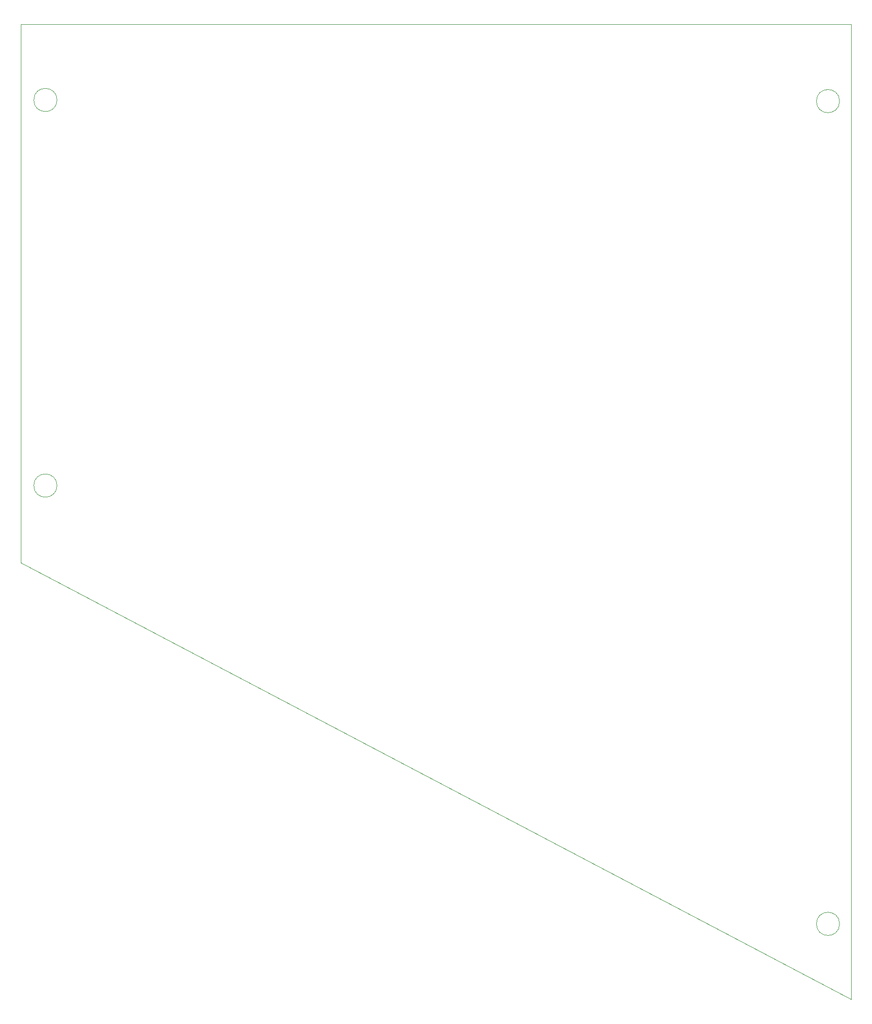
<source format=gbr>
%TF.GenerationSoftware,KiCad,Pcbnew,9.0.2*%
%TF.CreationDate,2025-07-01T15:24:06+02:00*%
%TF.ProjectId,oxygen_calls_rain-rplnt_wipers,6f787967-656e-45f6-9361-6c6c735f7261,rev?*%
%TF.SameCoordinates,Original*%
%TF.FileFunction,Profile,NP*%
%FSLAX46Y46*%
G04 Gerber Fmt 4.6, Leading zero omitted, Abs format (unit mm)*
G04 Created by KiCad (PCBNEW 9.0.2) date 2025-07-01 15:24:06*
%MOMM*%
%LPD*%
G01*
G04 APERTURE LIST*
%TA.AperFunction,Profile*%
%ADD10C,0.050000*%
%TD*%
G04 APERTURE END LIST*
D10*
X171100000Y-192400000D02*
X26100000Y-116200000D01*
X171100000Y-22200000D02*
X171100000Y-191400000D01*
X169100000Y-35600000D02*
G75*
G02*
X165050308Y-35600000I-2024846J0D01*
G01*
X165050308Y-35600000D02*
G75*
G02*
X169100000Y-35600000I2024846J0D01*
G01*
X32400000Y-35400000D02*
G75*
G02*
X28350308Y-35400000I-2024846J0D01*
G01*
X28350308Y-35400000D02*
G75*
G02*
X32400000Y-35400000I2024846J0D01*
G01*
X26100000Y-116200000D02*
X26100000Y-22200000D01*
X32400000Y-102700000D02*
G75*
G02*
X28350308Y-102700000I-2024846J0D01*
G01*
X28350308Y-102700000D02*
G75*
G02*
X32400000Y-102700000I2024846J0D01*
G01*
X169100000Y-179200000D02*
G75*
G02*
X165050308Y-179200000I-2024846J0D01*
G01*
X165050308Y-179200000D02*
G75*
G02*
X169100000Y-179200000I2024846J0D01*
G01*
X171100000Y-191400000D02*
X171100000Y-192400000D01*
X26100000Y-22200000D02*
X171100000Y-22200000D01*
M02*

</source>
